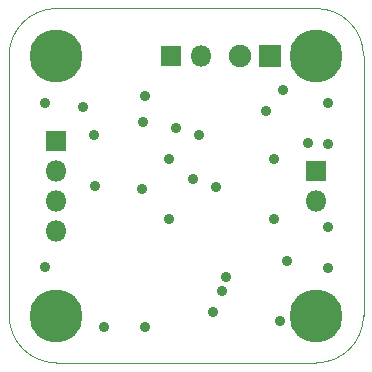
<source format=gbr>
%TF.GenerationSoftware,KiCad,Pcbnew,5.1.6+dfsg1-1~bpo10+1*%
%TF.CreationDate,2021-07-29T14:25:11+02:00*%
%TF.ProjectId,PW_Cond,50575f43-6f6e-4642-9e6b-696361645f70,rev?*%
%TF.SameCoordinates,Original*%
%TF.FileFunction,Soldermask,Bot*%
%TF.FilePolarity,Negative*%
%FSLAX46Y46*%
G04 Gerber Fmt 4.6, Leading zero omitted, Abs format (unit mm)*
G04 Created by KiCad (PCBNEW 5.1.6+dfsg1-1~bpo10+1) date 2021-07-29 14:25:11*
%MOMM*%
%LPD*%
G01*
G04 APERTURE LIST*
%TA.AperFunction,Profile*%
%ADD10C,0.050000*%
%TD*%
%ADD11O,1.800000X1.800000*%
%ADD12R,1.800000X1.800000*%
%ADD13C,0.800000*%
%ADD14C,4.500000*%
%ADD15C,1.900000*%
%ADD16R,1.900000X1.900000*%
%ADD17C,0.900000*%
G04 APERTURE END LIST*
D10*
X122000000Y-126000000D02*
X100000000Y-126000000D01*
X96000000Y-100000000D02*
G75*
G02*
X100000000Y-96000000I4000000J0D01*
G01*
X100000000Y-126000000D02*
G75*
G02*
X96000000Y-122000000I0J4000000D01*
G01*
X126000000Y-122000000D02*
G75*
G02*
X122000000Y-126000000I-4000000J0D01*
G01*
X122000000Y-96000000D02*
G75*
G02*
X126000000Y-100000000I0J-4000000D01*
G01*
X100000000Y-96000000D02*
X122000000Y-96000000D01*
X96000000Y-100000000D02*
X96000000Y-122000000D01*
X126000000Y-100000000D02*
X126000000Y-122000000D01*
D11*
%TO.C,J3*%
X122000000Y-112270000D03*
D12*
X122000000Y-109730000D03*
%TD*%
D11*
%TO.C,J2*%
X100000000Y-114810000D03*
X100000000Y-112270000D03*
X100000000Y-109730000D03*
D12*
X100000000Y-107190000D03*
%TD*%
D13*
%TO.C,H4*%
X101166726Y-120833274D03*
X100000000Y-120350000D03*
X98833274Y-120833274D03*
X98350000Y-122000000D03*
X98833274Y-123166726D03*
X100000000Y-123650000D03*
X101166726Y-123166726D03*
X101650000Y-122000000D03*
D14*
X100000000Y-122000000D03*
%TD*%
D13*
%TO.C,H3*%
X123166726Y-120833274D03*
X122000000Y-120350000D03*
X120833274Y-120833274D03*
X120350000Y-122000000D03*
X120833274Y-123166726D03*
X122000000Y-123650000D03*
X123166726Y-123166726D03*
X123650000Y-122000000D03*
D14*
X122000000Y-122000000D03*
%TD*%
D13*
%TO.C,H2*%
X123166726Y-98833274D03*
X122000000Y-98350000D03*
X120833274Y-98833274D03*
X120350000Y-100000000D03*
X120833274Y-101166726D03*
X122000000Y-101650000D03*
X123166726Y-101166726D03*
X123650000Y-100000000D03*
D14*
X122000000Y-100000000D03*
%TD*%
D13*
%TO.C,H1*%
X101166726Y-98833274D03*
X100000000Y-98350000D03*
X98833274Y-98833274D03*
X98350000Y-100000000D03*
X98833274Y-101166726D03*
X100000000Y-101650000D03*
X101166726Y-101166726D03*
X101650000Y-100000000D03*
D14*
X100000000Y-100000000D03*
%TD*%
D11*
%TO.C,J1*%
X112270000Y-100000000D03*
D12*
X109730000Y-100000000D03*
%TD*%
D15*
%TO.C,D2*%
X115560000Y-100000000D03*
D16*
X118100000Y-100000000D03*
%TD*%
D17*
X118923000Y-122430000D03*
X119558000Y-117350000D03*
X103175000Y-106682000D03*
X109525000Y-108714000D03*
X118415000Y-108714000D03*
X112065000Y-106682000D03*
X117780000Y-104650000D03*
X103302000Y-111049000D03*
X107239000Y-111303000D03*
X107366000Y-105588000D03*
X107493000Y-103429000D03*
X111557000Y-110414000D03*
X121336000Y-107366000D03*
X99000000Y-117907000D03*
X99000000Y-104000000D03*
X119177000Y-102921000D03*
X110160000Y-106096000D03*
X102286000Y-104318000D03*
X123000000Y-104000000D03*
X123000000Y-107500000D03*
X123000000Y-114500000D03*
X123000000Y-118000000D03*
X113491000Y-111127000D03*
X113237000Y-121668000D03*
X104000000Y-123000000D03*
X107500000Y-123000000D03*
X114380000Y-118747000D03*
X118415000Y-113794000D03*
X109525000Y-113794000D03*
X113999000Y-119890000D03*
M02*

</source>
